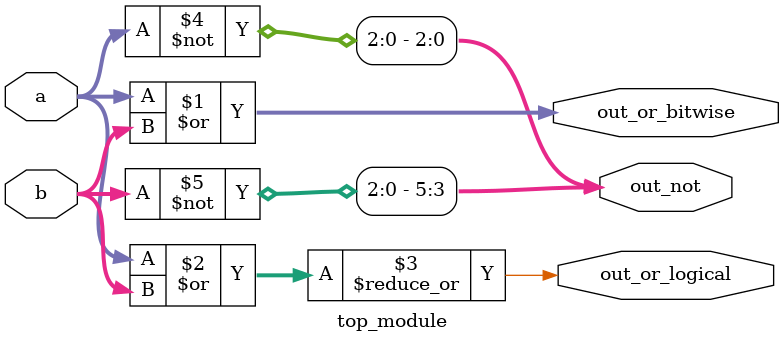
<source format=v>

`default_nettype none

module top_module (
    input   [2:0]   a,
    input   [2:0]   b,
    output  [2:0]   out_or_bitwise,
    output          out_or_logical,
    output  [5:0]   out_not
);

    assign out_or_bitwise = a | b;
    assign out_or_logical = | (a | b);
    assign out_not = {~b, ~a};

endmodule
</source>
